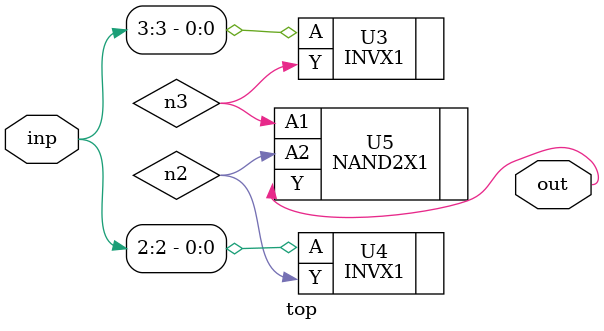
<source format=sv>


module top ( inp, out );
  input [3:0] inp;
  output out;
  wire   n2, n3;

  INVX1 U3 ( .A(inp[3]), .Y(n3) );
  INVX1 U4 ( .A(inp[2]), .Y(n2) );
  NAND2X1 U5 ( .A1(n3), .A2(n2), .Y(out) );
endmodule


</source>
